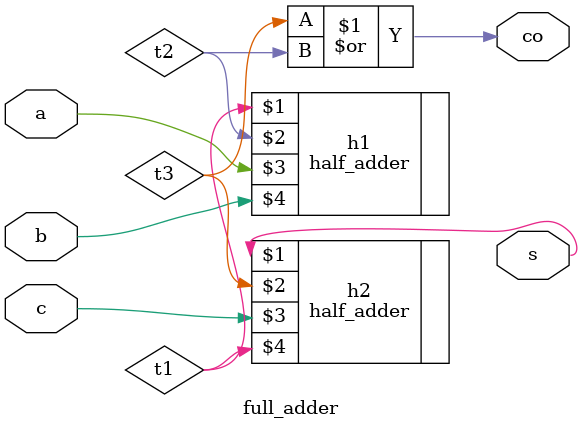
<source format=v>
module full_adder(s,co,a,b,c);
input a,b,c;
output s,co;
wire t1,t2,t3;
half_adder h1(t1,t2,a,b);
half_adder h2(s,t3,c,t1);
or h3(co,t3,t2);
endmodule 

</source>
